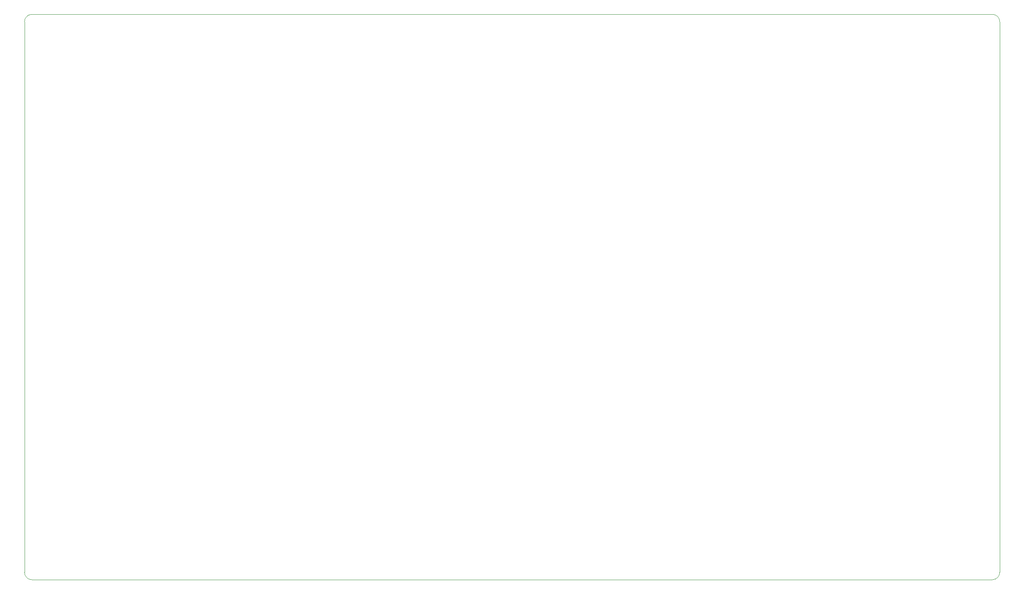
<source format=gm1>
G04 #@! TF.GenerationSoftware,KiCad,Pcbnew,(5.1.4)-1*
G04 #@! TF.CreationDate,2024-11-15T09:26:30-07:00*
G04 #@! TF.ProjectId,kicadNEWXboard,6b696361-644e-4455-9758-626f6172642e,rev?*
G04 #@! TF.SameCoordinates,Original*
G04 #@! TF.FileFunction,Profile,NP*
%FSLAX46Y46*%
G04 Gerber Fmt 4.6, Leading zero omitted, Abs format (unit mm)*
G04 Created by KiCad (PCBNEW (5.1.4)-1) date 2024-11-15 09:26:30*
%MOMM*%
%LPD*%
G04 APERTURE LIST*
%ADD10C,0.050000*%
G04 APERTURE END LIST*
D10*
X33337500Y-146843750D02*
X238125000Y-146843750D01*
X31750000Y-145256250D02*
X31750000Y-27781250D01*
X238125000Y-26193750D02*
X33337500Y-26193750D01*
X239712500Y-145256250D02*
X239712500Y-27781250D01*
X239712500Y-145256250D02*
G75*
G02X238125000Y-146843750I-1587500J0D01*
G01*
X33337500Y-146843750D02*
G75*
G02X31750000Y-145256250I0J1587500D01*
G01*
X31750000Y-27781250D02*
G75*
G02X33337500Y-26193750I1587500J0D01*
G01*
X238125000Y-26193750D02*
G75*
G02X239712500Y-27781250I0J-1587500D01*
G01*
M02*

</source>
